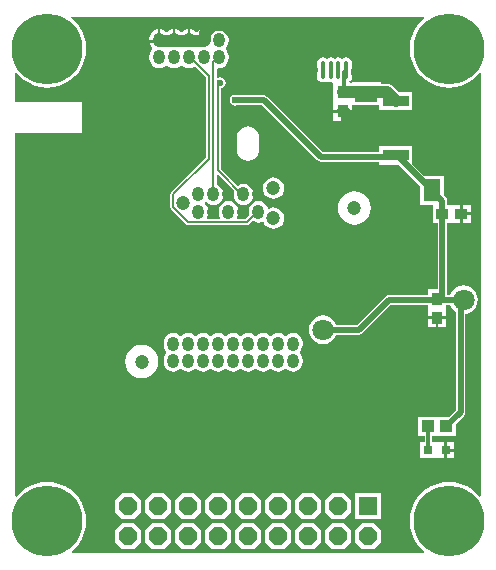
<source format=gtl>
%FSLAX25Y25*%
%MOIN*%
G70*
G01*
G75*
G04 Layer_Physical_Order=1*
G04 Layer_Color=255*
%ADD10R,0.03150X0.03150*%
%ADD11R,0.03937X0.03937*%
%ADD12R,0.03740X0.03937*%
%ADD13O,0.01575X0.05906*%
%ADD14R,0.07087X0.07480*%
%ADD15R,0.06299X0.07480*%
%ADD16R,0.07284X0.05315*%
%ADD17R,0.05315X0.07284*%
%ADD18R,0.03937X0.03740*%
%ADD19R,0.08661X0.12992*%
%ADD20R,0.08661X0.03740*%
%ADD21C,0.01969*%
%ADD22C,0.00787*%
%ADD23C,0.01181*%
%ADD24C,0.03937*%
%ADD25O,0.04724X0.07480*%
%ADD26O,0.04134X0.04921*%
%ADD27C,0.07087*%
%ADD28O,0.03937X0.04724*%
%ADD29P,0.06494X8X202.5*%
%ADD30R,0.06000X0.06000*%
%ADD31C,0.23622*%
%ADD32C,0.04724*%
%ADD33C,0.02362*%
G36*
X58792Y88876D02*
X57714Y87955D01*
X56386Y86400D01*
X55317Y84657D01*
X54535Y82767D01*
X54057Y80779D01*
X53897Y78740D01*
X54057Y76701D01*
X54535Y74713D01*
X55317Y72824D01*
X56386Y71080D01*
X57714Y69525D01*
X59269Y68197D01*
X61013Y67128D01*
X62902Y66346D01*
X64890Y65868D01*
X66929Y65708D01*
X68968Y65868D01*
X70956Y66346D01*
X72846Y67128D01*
X74589Y68197D01*
X76144Y69525D01*
X77065Y70603D01*
X77534Y70430D01*
Y-70430D01*
X77065Y-70603D01*
X76144Y-69525D01*
X74589Y-68197D01*
X72846Y-67128D01*
X70956Y-66346D01*
X68968Y-65868D01*
X66929Y-65708D01*
X64890Y-65868D01*
X62902Y-66346D01*
X61013Y-67128D01*
X59269Y-68197D01*
X57714Y-69525D01*
X56386Y-71080D01*
X55317Y-72824D01*
X54535Y-74713D01*
X54057Y-76701D01*
X53897Y-78740D01*
X54057Y-80779D01*
X54535Y-82767D01*
X55317Y-84657D01*
X56386Y-86400D01*
X57714Y-87955D01*
X58792Y-88876D01*
X58619Y-89345D01*
X-58619D01*
X-58792Y-88876D01*
X-57714Y-87955D01*
X-56386Y-86400D01*
X-55317Y-84657D01*
X-54535Y-82767D01*
X-54057Y-80779D01*
X-53897Y-78740D01*
X-54057Y-76701D01*
X-54535Y-74713D01*
X-55317Y-72824D01*
X-56386Y-71080D01*
X-57714Y-69525D01*
X-59269Y-68197D01*
X-61013Y-67128D01*
X-62902Y-66346D01*
X-64890Y-65868D01*
X-66929Y-65708D01*
X-68968Y-65868D01*
X-70956Y-66346D01*
X-72846Y-67128D01*
X-74589Y-68197D01*
X-76144Y-69525D01*
X-77065Y-70603D01*
X-77534Y-70430D01*
Y50469D01*
X-55398D01*
Y60829D01*
X-77534D01*
Y70430D01*
X-77065Y70603D01*
X-76144Y69525D01*
X-74589Y68197D01*
X-72846Y67128D01*
X-70956Y66346D01*
X-68968Y65868D01*
X-66929Y65708D01*
X-64890Y65868D01*
X-62902Y66346D01*
X-61013Y67128D01*
X-59269Y68197D01*
X-57714Y69525D01*
X-56386Y71080D01*
X-55317Y72824D01*
X-54535Y74713D01*
X-54057Y76701D01*
X-53897Y78740D01*
X-54057Y80779D01*
X-54535Y82767D01*
X-55317Y84657D01*
X-56386Y86400D01*
X-57714Y87955D01*
X-59269Y89284D01*
X-59252Y89345D01*
X58619D01*
X58792Y88876D01*
D02*
G37*
%LPC*%
G36*
X-7909Y-69559D02*
X-12091D01*
X-14181Y-71650D01*
Y-75831D01*
X-12091Y-77921D01*
X-7909D01*
X-5819Y-75831D01*
Y-71650D01*
X-7909Y-69559D01*
D02*
G37*
G36*
X-17910D02*
X-22091D01*
X-24181Y-71650D01*
Y-75831D01*
X-22091Y-77921D01*
X-17910D01*
X-15819Y-75831D01*
Y-71650D01*
X-17910Y-69559D01*
D02*
G37*
G36*
X-37909D02*
X-42091D01*
X-44181Y-71650D01*
Y-75831D01*
X-42091Y-77921D01*
X-37909D01*
X-35819Y-75831D01*
Y-71650D01*
X-37909Y-69559D01*
D02*
G37*
G36*
X-27909D02*
X-32091D01*
X-34181Y-71650D01*
Y-75831D01*
X-32091Y-77921D01*
X-27909D01*
X-25819Y-75831D01*
Y-71650D01*
X-27909Y-69559D01*
D02*
G37*
G36*
X22091D02*
X17910D01*
X15819Y-71650D01*
Y-75831D01*
X17910Y-77921D01*
X22091D01*
X24181Y-75831D01*
Y-71650D01*
X22091Y-69559D01*
D02*
G37*
G36*
X32091D02*
X27909D01*
X25819Y-71650D01*
Y-75831D01*
X27909Y-77921D01*
X32091D01*
X34181Y-75831D01*
Y-71650D01*
X32091Y-69559D01*
D02*
G37*
G36*
X2090D02*
X-2090D01*
X-4181Y-71650D01*
Y-75831D01*
X-2090Y-77921D01*
X2090D01*
X4181Y-75831D01*
Y-71650D01*
X2090Y-69559D01*
D02*
G37*
G36*
X12091D02*
X7909D01*
X5819Y-71650D01*
Y-75831D01*
X7909Y-77921D01*
X12091D01*
X14181Y-75831D01*
Y-71650D01*
X12091Y-69559D01*
D02*
G37*
G36*
X42091Y-79559D02*
X37909D01*
X35819Y-81650D01*
Y-85831D01*
X37909Y-87921D01*
X42091D01*
X44181Y-85831D01*
Y-81650D01*
X42091Y-79559D01*
D02*
G37*
G36*
X-17910D02*
X-22091D01*
X-24181Y-81650D01*
Y-85831D01*
X-22091Y-87921D01*
X-17910D01*
X-15819Y-85831D01*
Y-81650D01*
X-17910Y-79559D01*
D02*
G37*
G36*
X-7909D02*
X-12091D01*
X-14181Y-81650D01*
Y-85831D01*
X-12091Y-87921D01*
X-7909D01*
X-5819Y-85831D01*
Y-81650D01*
X-7909Y-79559D01*
D02*
G37*
G36*
X-37909D02*
X-42091D01*
X-44181Y-81650D01*
Y-85831D01*
X-42091Y-87921D01*
X-37909D01*
X-35819Y-85831D01*
Y-81650D01*
X-37909Y-79559D01*
D02*
G37*
G36*
X-27909D02*
X-32091D01*
X-34181Y-81650D01*
Y-85831D01*
X-32091Y-87921D01*
X-27909D01*
X-25819Y-85831D01*
Y-81650D01*
X-27909Y-79559D01*
D02*
G37*
G36*
X22091D02*
X17910D01*
X15819Y-81650D01*
Y-85831D01*
X17910Y-87921D01*
X22091D01*
X24181Y-85831D01*
Y-81650D01*
X22091Y-79559D01*
D02*
G37*
G36*
X32091D02*
X27909D01*
X25819Y-81650D01*
Y-85831D01*
X27909Y-87921D01*
X32091D01*
X34181Y-85831D01*
Y-81650D01*
X32091Y-79559D01*
D02*
G37*
G36*
X2090D02*
X-2090D01*
X-4181Y-81650D01*
Y-85831D01*
X-2090Y-87921D01*
X2090D01*
X4181Y-85831D01*
Y-81650D01*
X2090Y-79559D01*
D02*
G37*
G36*
X12091D02*
X7909D01*
X5819Y-81650D01*
Y-85831D01*
X7909Y-87921D01*
X12091D01*
X14181Y-85831D01*
Y-81650D01*
X12091Y-79559D01*
D02*
G37*
G36*
X44181Y-69559D02*
X35819D01*
Y-77921D01*
X44181D01*
Y-69559D01*
D02*
G37*
G36*
X0Y52788D02*
X-976Y52660D01*
X-1886Y52283D01*
X-2668Y51683D01*
X-3267Y50902D01*
X-3644Y49992D01*
X-3772Y49016D01*
Y45079D01*
X-3644Y44102D01*
X-3267Y43192D01*
X-2668Y42411D01*
X-1886Y41812D01*
X-976Y41435D01*
X0Y41306D01*
X976Y41435D01*
X1886Y41812D01*
X2668Y42411D01*
X3267Y43192D01*
X3644Y44102D01*
X3772Y45079D01*
Y49016D01*
X3644Y49992D01*
X3267Y50902D01*
X2668Y51683D01*
X1886Y52283D01*
X976Y52660D01*
X0Y52788D01*
D02*
G37*
G36*
X31004Y57382D02*
X28445D01*
Y54724D01*
X31004D01*
Y57382D01*
D02*
G37*
G36*
X74213Y26673D02*
X71555D01*
Y24114D01*
X74213D01*
Y26673D01*
D02*
G37*
G36*
X8484Y35779D02*
X7559Y35657D01*
X6697Y35300D01*
X5957Y34732D01*
X5389Y33992D01*
X5032Y33130D01*
X4910Y32205D01*
X5032Y31280D01*
X5389Y30418D01*
X5957Y29678D01*
X6697Y29110D01*
X7559Y28753D01*
X8484Y28631D01*
X9409Y28753D01*
X10271Y29110D01*
X11011Y29678D01*
X11579Y30418D01*
X11936Y31280D01*
X12058Y32205D01*
X11936Y33130D01*
X11579Y33992D01*
X11011Y34732D01*
X10271Y35300D01*
X9409Y35657D01*
X8484Y35779D01*
D02*
G37*
G36*
X-30177Y85140D02*
X-30507Y85096D01*
X-31273Y84779D01*
X-31931Y84274D01*
X-32436Y83616D01*
X-32754Y82850D01*
X-32862Y82028D01*
Y81732D01*
X-30177D01*
Y85140D01*
D02*
G37*
G36*
X-9685Y85204D02*
X-10507Y85096D01*
X-11273Y84779D01*
X-11931Y84274D01*
X-11935Y84269D01*
X-12435D01*
X-12439Y84274D01*
X-13097Y84779D01*
X-13863Y85096D01*
X-14193Y85140D01*
Y81239D01*
X-15177D01*
Y85140D01*
X-15507Y85096D01*
X-16273Y84779D01*
X-16931Y84274D01*
X-16935Y84269D01*
X-17435D01*
X-17439Y84274D01*
X-18097Y84779D01*
X-18863Y85096D01*
X-19193Y85140D01*
Y81239D01*
X-20177D01*
Y85140D01*
X-20507Y85096D01*
X-21273Y84779D01*
X-21931Y84274D01*
X-21935Y84269D01*
X-22435D01*
X-22439Y84274D01*
X-23097Y84779D01*
X-23863Y85096D01*
X-24193Y85140D01*
Y81239D01*
X-25177D01*
Y85140D01*
X-25507Y85096D01*
X-26273Y84779D01*
X-26931Y84274D01*
X-26935Y84269D01*
X-27435D01*
X-27439Y84274D01*
X-28097Y84779D01*
X-28863Y85096D01*
X-29193Y85140D01*
Y81239D01*
X-29684D01*
Y80748D01*
X-32797D01*
X-32754Y80418D01*
X-32436Y79652D01*
X-31931Y78994D01*
X-31927Y78990D01*
Y78490D01*
X-31931Y78487D01*
X-32436Y77829D01*
X-32754Y77062D01*
X-32862Y76240D01*
Y75453D01*
X-32754Y74631D01*
X-32436Y73864D01*
X-31931Y73206D01*
X-31273Y72702D01*
X-30507Y72384D01*
X-29685Y72276D01*
X-28863Y72384D01*
X-28097Y72702D01*
X-27439Y73206D01*
X-27435Y73211D01*
X-26935D01*
X-26931Y73206D01*
X-26273Y72702D01*
X-25507Y72384D01*
X-24685Y72276D01*
X-23863Y72384D01*
X-23097Y72702D01*
X-22439Y73206D01*
X-22435Y73211D01*
X-21935D01*
X-21931Y73206D01*
X-21273Y72702D01*
X-20507Y72384D01*
X-19685Y72276D01*
X-18863Y72384D01*
X-18097Y72702D01*
X-17796Y72932D01*
X-13996Y69132D01*
Y42443D01*
X-25572Y30867D01*
X-25789Y30542D01*
X-25866Y30158D01*
Y25819D01*
X-25866Y25819D01*
X-25866D01*
X-25789Y25434D01*
X-25572Y25109D01*
X-20718Y20255D01*
X-20392Y20037D01*
X-20008Y19961D01*
X-293D01*
X91Y20037D01*
X417Y20255D01*
X1575Y21413D01*
X1896Y21166D01*
X2662Y20849D01*
X3484Y20741D01*
X4307Y20849D01*
X4752Y21033D01*
X5214Y20842D01*
X5389Y20418D01*
X5957Y19678D01*
X6697Y19110D01*
X7559Y18753D01*
X8484Y18631D01*
X9409Y18753D01*
X10271Y19110D01*
X11011Y19678D01*
X11579Y20418D01*
X11936Y21280D01*
X12058Y22205D01*
X11936Y23130D01*
X11579Y23992D01*
X11011Y24732D01*
X10271Y25300D01*
X9409Y25657D01*
X8484Y25779D01*
X7559Y25657D01*
X6981Y25417D01*
X6519Y25609D01*
X6235Y26293D01*
X5731Y26951D01*
X5073Y27456D01*
X4307Y27773D01*
X3484Y27882D01*
X2662Y27773D01*
X1896Y27456D01*
X1238Y26951D01*
X733Y26293D01*
X416Y25527D01*
X307Y24705D01*
Y23917D01*
X416Y23095D01*
X417Y23093D01*
X-708Y21968D01*
X-3464D01*
X-3742Y22384D01*
X-3447Y23095D01*
X-3339Y23917D01*
Y24705D01*
X-3447Y25527D01*
X-3765Y26293D01*
X-4269Y26951D01*
X-4927Y27456D01*
X-5694Y27773D01*
X-6516Y27882D01*
X-7338Y27773D01*
X-8104Y27456D01*
X-8762Y26951D01*
X-9267Y26293D01*
X-9584Y25527D01*
X-9692Y24705D01*
Y23917D01*
X-9584Y23095D01*
X-9290Y22384D01*
X-9567Y21968D01*
X-13464D01*
X-13742Y22384D01*
X-13447Y23095D01*
X-13339Y23917D01*
Y24705D01*
X-13447Y25527D01*
X-13765Y26293D01*
X-14269Y26951D01*
X-14274Y26955D01*
Y27455D01*
X-14269Y27458D01*
X-14266Y27463D01*
X-13766D01*
X-13762Y27458D01*
X-13104Y26954D01*
X-12338Y26636D01*
X-11516Y26528D01*
X-10694Y26636D01*
X-9927Y26954D01*
X-9269Y27458D01*
X-8765Y28116D01*
X-8447Y28883D01*
X-8339Y29705D01*
Y30492D01*
X-8447Y31314D01*
X-8765Y32081D01*
X-9269Y32738D01*
X-9927Y33243D01*
X-10512Y33486D01*
Y36629D01*
X-10050Y36820D01*
X-4573Y31342D01*
X-4584Y31314D01*
X-4693Y30492D01*
Y29705D01*
X-4584Y28883D01*
X-4267Y28116D01*
X-3762Y27458D01*
X-3104Y26954D01*
X-2338Y26636D01*
X-1516Y26528D01*
X-693Y26636D01*
X73Y26954D01*
X731Y27458D01*
X1235Y28116D01*
X1553Y28883D01*
X1661Y29705D01*
Y30492D01*
X1553Y31314D01*
X1235Y32081D01*
X731Y32738D01*
X73Y33243D01*
X-693Y33561D01*
X-1516Y33669D01*
X-2338Y33561D01*
X-3104Y33243D01*
X-3405Y33013D01*
X-9134Y38742D01*
Y65543D01*
X-8561Y65657D01*
X-7975Y66049D01*
X-7584Y66635D01*
X-7446Y67326D01*
X-7584Y68017D01*
X-7975Y68603D01*
X-8561Y68995D01*
X-9252Y69133D01*
X-9944Y68995D01*
X-10071Y68910D01*
X-10512Y69145D01*
Y72006D01*
X-10136Y72335D01*
X-9685Y72276D01*
X-8863Y72384D01*
X-8097Y72702D01*
X-7439Y73206D01*
X-6934Y73864D01*
X-6617Y74631D01*
X-6508Y75453D01*
Y76240D01*
X-6617Y77062D01*
X-6934Y77829D01*
X-7439Y78487D01*
X-7444Y78490D01*
Y78990D01*
X-7439Y78994D01*
X-6934Y79652D01*
X-6617Y80418D01*
X-6508Y81240D01*
Y82028D01*
X-6617Y82850D01*
X-6934Y83616D01*
X-7439Y84274D01*
X-8097Y84779D01*
X-8863Y85096D01*
X-9685Y85204D01*
D02*
G37*
G36*
X34547Y57382D02*
X31988D01*
Y54724D01*
X34547D01*
Y57382D01*
D02*
G37*
G36*
X32677Y75826D02*
X31909Y75673D01*
X31398Y75331D01*
X30886Y75673D01*
X30118Y75826D01*
X29350Y75673D01*
X28839Y75331D01*
X28327Y75673D01*
X27559Y75826D01*
X26791Y75673D01*
X26280Y75331D01*
X25768Y75673D01*
X25000Y75826D01*
X24232Y75673D01*
X23581Y75238D01*
X23146Y74587D01*
X22993Y73819D01*
Y69488D01*
X23146Y68720D01*
X23581Y68069D01*
X24232Y67634D01*
X25000Y67481D01*
X25768Y67634D01*
X26280Y67976D01*
X26791Y67634D01*
X27559Y67481D01*
X28058Y67580D01*
X28445Y67263D01*
Y61377D01*
X28445Y61377D01*
X28445D01*
X28445Y61024D01*
X28445Y61024D01*
X28445D01*
D01*
Y58366D01*
X34547D01*
Y59842D01*
X34547Y59842D01*
X34901Y59842D01*
X34901Y59842D01*
Y59842D01*
X43701D01*
Y58169D01*
X54724D01*
Y64272D01*
X50093D01*
X48225Y66139D01*
X47650Y66580D01*
X46979Y66858D01*
X46260Y66953D01*
X44193D01*
Y67520D01*
X34547D01*
Y67323D01*
X34547D01*
X34547Y67323D01*
X34547Y67323D01*
X33841D01*
X33696Y67801D01*
X34096Y68069D01*
X34532Y68720D01*
X34684Y69488D01*
Y73819D01*
X34532Y74587D01*
X34096Y75238D01*
X33445Y75673D01*
X32677Y75826D01*
D02*
G37*
G36*
X74213Y23130D02*
X71555D01*
Y20571D01*
X74213D01*
Y23130D01*
D02*
G37*
G36*
X-35433Y-20027D02*
X-36873Y-20217D01*
X-38215Y-20773D01*
X-39367Y-21657D01*
X-40251Y-22809D01*
X-40807Y-24151D01*
X-40996Y-25591D01*
X-40807Y-27031D01*
X-40251Y-28372D01*
X-39367Y-29524D01*
X-38215Y-30409D01*
X-36873Y-30964D01*
X-35433Y-31154D01*
X-33993Y-30964D01*
X-32651Y-30409D01*
X-31499Y-29524D01*
X-30615Y-28372D01*
X-30059Y-27031D01*
X-29870Y-25591D01*
X-30059Y-24151D01*
X-30615Y-22809D01*
X-31499Y-21657D01*
X-32651Y-20773D01*
X-33993Y-20217D01*
X-35433Y-20027D01*
D02*
G37*
G36*
X15000Y-16036D02*
X14178Y-16144D01*
X13412Y-16461D01*
X12754Y-16966D01*
X12750Y-16971D01*
X12250D01*
X12246Y-16966D01*
X11588Y-16461D01*
X10822Y-16144D01*
X10000Y-16036D01*
X9178Y-16144D01*
X8412Y-16461D01*
X7754Y-16966D01*
X7750Y-16971D01*
X7250D01*
X7246Y-16966D01*
X6588Y-16461D01*
X5822Y-16144D01*
X5000Y-16036D01*
X4178Y-16144D01*
X3412Y-16461D01*
X2754Y-16966D01*
X2750Y-16971D01*
X2250D01*
X2246Y-16966D01*
X1588Y-16461D01*
X822Y-16144D01*
X0Y-16036D01*
X-822Y-16144D01*
X-1588Y-16461D01*
X-2246Y-16966D01*
X-2250Y-16971D01*
X-2750D01*
X-2754Y-16966D01*
X-3412Y-16461D01*
X-4178Y-16144D01*
X-5000Y-16036D01*
X-5822Y-16144D01*
X-6588Y-16461D01*
X-7246Y-16966D01*
X-7250Y-16971D01*
X-7750D01*
X-7754Y-16966D01*
X-8412Y-16461D01*
X-9178Y-16144D01*
X-10000Y-16036D01*
X-10822Y-16144D01*
X-11588Y-16461D01*
X-12246Y-16966D01*
X-12250Y-16971D01*
X-12750D01*
X-12754Y-16966D01*
X-13412Y-16461D01*
X-14178Y-16144D01*
X-15000Y-16036D01*
X-15822Y-16144D01*
X-16588Y-16461D01*
X-17246Y-16966D01*
X-17250Y-16971D01*
X-17750D01*
X-17754Y-16966D01*
X-18412Y-16461D01*
X-19178Y-16144D01*
X-20000Y-16036D01*
X-20822Y-16144D01*
X-21588Y-16461D01*
X-22246Y-16966D01*
X-22250Y-16971D01*
X-22750D01*
X-22754Y-16966D01*
X-23412Y-16461D01*
X-24178Y-16144D01*
X-25000Y-16036D01*
X-25822Y-16144D01*
X-26588Y-16461D01*
X-27246Y-16966D01*
X-27751Y-17624D01*
X-28069Y-18390D01*
X-28177Y-19213D01*
Y-20000D01*
X-28069Y-20822D01*
X-27751Y-21588D01*
X-27246Y-22246D01*
X-27242Y-22250D01*
Y-22750D01*
X-27246Y-22754D01*
X-27751Y-23412D01*
X-28069Y-24178D01*
X-28177Y-25000D01*
Y-25787D01*
X-28069Y-26610D01*
X-27751Y-27376D01*
X-27246Y-28034D01*
X-26588Y-28539D01*
X-25822Y-28856D01*
X-25000Y-28964D01*
X-24178Y-28856D01*
X-23412Y-28539D01*
X-22754Y-28034D01*
X-22750Y-28029D01*
X-22250D01*
X-22246Y-28034D01*
X-21588Y-28539D01*
X-20822Y-28856D01*
X-20000Y-28964D01*
X-19178Y-28856D01*
X-18412Y-28539D01*
X-17754Y-28034D01*
X-17750Y-28029D01*
X-17250D01*
X-17246Y-28034D01*
X-16588Y-28539D01*
X-15822Y-28856D01*
X-15000Y-28964D01*
X-14178Y-28856D01*
X-13412Y-28539D01*
X-12754Y-28034D01*
X-12750Y-28029D01*
X-12250D01*
X-12246Y-28034D01*
X-11588Y-28539D01*
X-10822Y-28856D01*
X-10000Y-28964D01*
X-9178Y-28856D01*
X-8412Y-28539D01*
X-7754Y-28034D01*
X-7750Y-28029D01*
X-7250D01*
X-7246Y-28034D01*
X-6588Y-28539D01*
X-5822Y-28856D01*
X-5000Y-28964D01*
X-4178Y-28856D01*
X-3412Y-28539D01*
X-2754Y-28034D01*
X-2750Y-28029D01*
X-2250D01*
X-2246Y-28034D01*
X-1588Y-28539D01*
X-822Y-28856D01*
X0Y-28964D01*
X822Y-28856D01*
X1588Y-28539D01*
X2246Y-28034D01*
X2250Y-28029D01*
X2750D01*
X2754Y-28034D01*
X3412Y-28539D01*
X4178Y-28856D01*
X5000Y-28964D01*
X5822Y-28856D01*
X6588Y-28539D01*
X7246Y-28034D01*
X7250Y-28029D01*
X7750D01*
X7754Y-28034D01*
X8412Y-28539D01*
X9178Y-28856D01*
X10000Y-28964D01*
X10822Y-28856D01*
X11588Y-28539D01*
X12246Y-28034D01*
X12250Y-28029D01*
X12750D01*
X12754Y-28034D01*
X13412Y-28539D01*
X14178Y-28856D01*
X15000Y-28964D01*
X15822Y-28856D01*
X16588Y-28539D01*
X17246Y-28034D01*
X17751Y-27376D01*
X18068Y-26610D01*
X18177Y-25787D01*
Y-25000D01*
X18068Y-24178D01*
X17751Y-23412D01*
X17246Y-22754D01*
X17242Y-22750D01*
Y-22250D01*
X17246Y-22246D01*
X17751Y-21588D01*
X18068Y-20822D01*
X18177Y-20000D01*
Y-19213D01*
X18068Y-18390D01*
X17751Y-17624D01*
X17246Y-16966D01*
X16588Y-16461D01*
X15822Y-16144D01*
X15000Y-16036D01*
D02*
G37*
G36*
X68701Y-55610D02*
X66437D01*
Y-57874D01*
X68701D01*
Y-55610D01*
D02*
G37*
G36*
Y-52362D02*
X66437D01*
Y-54626D01*
X68701D01*
Y-52362D01*
D02*
G37*
G36*
X35433Y31154D02*
X33993Y30964D01*
X32651Y30409D01*
X31499Y29524D01*
X30615Y28372D01*
X30059Y27031D01*
X29870Y25591D01*
X30059Y24151D01*
X30615Y22809D01*
X31499Y21657D01*
X32651Y20773D01*
X33993Y20217D01*
X35433Y20027D01*
X36873Y20217D01*
X38215Y20773D01*
X39367Y21657D01*
X40251Y22809D01*
X40807Y24151D01*
X40996Y25591D01*
X40807Y27031D01*
X40251Y28372D01*
X39367Y29524D01*
X38215Y30409D01*
X36873Y30964D01*
X35433Y31154D01*
D02*
G37*
G36*
X-4331Y63322D02*
X-5022Y63185D01*
X-5608Y62793D01*
X-6000Y62207D01*
X-6137Y61516D01*
X-6000Y60825D01*
X-5608Y60238D01*
X-5022Y59847D01*
X-4331Y59709D01*
X-3639Y59847D01*
X-3545Y59910D01*
X4650D01*
X23077Y41483D01*
X23077Y41483D01*
X23077D01*
X23077Y41483D01*
X23077D01*
X23077Y41483D01*
Y41483D01*
Y41483D01*
D01*
D01*
X23077D01*
Y41483D01*
X23598Y41135D01*
X23700Y41114D01*
X24213Y41012D01*
X24213Y41012D01*
X43701D01*
Y40059D01*
X50485D01*
X57480Y33064D01*
Y26673D01*
X61614D01*
Y20571D01*
X63158D01*
Y-1575D01*
X59941D01*
Y-3394D01*
X46969D01*
X46968Y-3394D01*
X46354Y-3517D01*
X46181Y-3632D01*
X45833Y-3865D01*
X45833Y-3865D01*
X36303Y-13394D01*
X29449D01*
X29127Y-12617D01*
X28370Y-11631D01*
X27383Y-10873D01*
X26233Y-10397D01*
X25000Y-10235D01*
X23767Y-10397D01*
X22617Y-10873D01*
X21631Y-11631D01*
X20873Y-12617D01*
X20397Y-13767D01*
X20235Y-15000D01*
X20397Y-16233D01*
X20873Y-17383D01*
X21631Y-18370D01*
X22617Y-19127D01*
X23767Y-19603D01*
X25000Y-19765D01*
X26233Y-19603D01*
X27383Y-19127D01*
X28370Y-18370D01*
X29127Y-17383D01*
X29449Y-16606D01*
X36968D01*
X36968Y-16606D01*
X37481Y-16504D01*
X37583Y-16483D01*
X38104Y-16135D01*
X38104Y-16135D01*
X38104Y-16135D01*
X47634Y-6606D01*
X59941D01*
Y-7520D01*
X59941Y-7520D01*
X59941D01*
X59941Y-7874D01*
X59941Y-7874D01*
X59941D01*
D01*
Y-10531D01*
X66043D01*
Y-8228D01*
X66043Y-8228D01*
X66043D01*
X66043Y-7874D01*
Y-7874D01*
D01*
X66043D01*
X66043Y-7874D01*
X66043Y-7520D01*
X66043Y-7520D01*
X66043D01*
Y-6606D01*
X67402D01*
X67724Y-7383D01*
X68481Y-8370D01*
X69261Y-8968D01*
Y-41855D01*
X67021Y-44094D01*
X63346D01*
X63346Y-44094D01*
Y-44094D01*
X62992Y-44094D01*
X62992D01*
D01*
X62639Y-44094D01*
X62639Y-44094D01*
Y-44094D01*
X56693D01*
Y-50394D01*
X58835D01*
Y-52362D01*
X57284D01*
Y-57874D01*
X62795D01*
Y-57874D01*
X62795D01*
X62795Y-57874D01*
X63189D01*
Y-57874D01*
X65453D01*
Y-55119D01*
Y-52362D01*
X63189D01*
D01*
D01*
X63189Y-52362D01*
X62795D01*
Y-52362D01*
X61244D01*
Y-50394D01*
X62992D01*
Y-50394D01*
X62992D01*
X62992Y-50394D01*
X63346Y-50394D01*
X63346Y-50394D01*
Y-50394D01*
X69291D01*
Y-46365D01*
X72001Y-43655D01*
X72001Y-43655D01*
X72350Y-43134D01*
X72472Y-42520D01*
Y-9683D01*
X73084Y-9603D01*
X74233Y-9127D01*
X75220Y-8370D01*
X75977Y-7383D01*
X76453Y-6233D01*
X76616Y-5000D01*
X76453Y-3767D01*
X75977Y-2617D01*
X75220Y-1630D01*
X74233Y-873D01*
X73084Y-397D01*
X71850Y-235D01*
X70617Y-397D01*
X69468Y-873D01*
X68481Y-1630D01*
X67724Y-2617D01*
X67402Y-3394D01*
X66369D01*
Y20571D01*
X67913D01*
Y20571D01*
X67913D01*
X67913Y20571D01*
X68267Y20571D01*
X68267Y20571D01*
Y20571D01*
X70571D01*
Y23621D01*
Y26673D01*
X68267D01*
X68267Y26673D01*
Y26673D01*
X67913Y26673D01*
X67913D01*
D01*
X67560Y26673D01*
X67560Y26673D01*
Y26673D01*
X66369D01*
Y28051D01*
X66369Y28051D01*
X66268Y28564D01*
X66247Y28666D01*
X65899Y29186D01*
X65158Y29928D01*
Y36319D01*
X58767D01*
X54724Y40361D01*
Y46161D01*
X43701D01*
Y44224D01*
X24878D01*
X6450Y62651D01*
X5929Y62999D01*
X5827Y63020D01*
X5315Y63121D01*
X5315Y63121D01*
X-3545D01*
X-3639Y63185D01*
X-4331Y63322D01*
D02*
G37*
G36*
X62500Y-11516D02*
X59941D01*
Y-14173D01*
X62500D01*
Y-11516D01*
D02*
G37*
G36*
X66043D02*
X63484D01*
Y-14173D01*
X66043D01*
Y-11516D01*
D02*
G37*
%LPD*%
D10*
X60039Y-55118D02*
D03*
X65945D02*
D03*
D11*
X59842Y-47244D02*
D03*
X66142D02*
D03*
D12*
X62992Y-4724D02*
D03*
Y-11024D02*
D03*
X31496Y64173D02*
D03*
Y57874D02*
D03*
D13*
X27559Y71653D02*
D03*
X25000D02*
D03*
X22441D02*
D03*
X30118D02*
D03*
X32677D02*
D03*
D14*
X23031Y82677D02*
D03*
X32087D02*
D03*
D15*
X14173D02*
D03*
X40945D02*
D03*
D16*
X39370Y63681D02*
D03*
Y52461D02*
D03*
D17*
X61319Y31496D02*
D03*
X72539D02*
D03*
D18*
X64764Y23622D02*
D03*
X71063D02*
D03*
D19*
X72835Y52165D02*
D03*
D20*
X49213Y43110D02*
D03*
Y52165D02*
D03*
Y61221D02*
D03*
D21*
X33898Y-15000D02*
X36968D01*
X64764Y-5000D02*
X71850D01*
X64764D02*
Y23622D01*
X70866Y-5984D02*
X71850Y-5000D01*
X70866Y-42520D02*
Y-5984D01*
X66142Y-47244D02*
X70866Y-42520D01*
X48720Y42618D02*
X49213Y43110D01*
X24213Y42618D02*
X48720D01*
X5315Y61516D02*
X24213Y42618D01*
X-4331Y61516D02*
X5315D01*
X49213Y43110D02*
X49705D01*
X61319Y31496D01*
X64764Y28051D01*
Y23622D02*
Y28051D01*
X46968Y-5000D02*
X71850D01*
X36968Y-15000D02*
X46968Y-5000D01*
X25000Y-15000D02*
X33898D01*
D22*
X-19685Y76240D02*
X-12992Y69547D01*
Y42028D02*
Y69547D01*
X-24862Y30158D02*
X-12992Y42028D01*
X-11516Y29705D02*
Y74410D01*
X-24862Y25819D02*
Y30158D01*
Y25819D02*
X-20008Y20965D01*
X-293D01*
X3447Y24705D01*
X3484D01*
X-10138Y66441D02*
X-9252Y67326D01*
X-10138Y38327D02*
Y66441D01*
Y38327D02*
X-1516Y29705D01*
X-11516Y74410D02*
X-9685Y76240D01*
D23*
X59842Y-47244D02*
X60039Y-47441D01*
Y-55118D02*
Y-47441D01*
X31496Y64173D02*
X32087Y64764D01*
Y71063D01*
X32677Y71653D01*
D24*
X41339Y75787D02*
Y82677D01*
X37205Y52165D02*
X49213D01*
X72835D01*
X31496Y57874D02*
X37205Y52165D01*
X31496Y64173D02*
X46260D01*
X49213Y61221D01*
X19488Y71653D02*
X21457D01*
X18701Y70866D02*
X19488Y71653D01*
X11122Y82677D02*
X13780D01*
X-3653D02*
X11122D01*
X32087D02*
X41339D01*
X23031D02*
X32087D01*
X13780D02*
X23031D01*
X36417Y70866D02*
X41339Y75787D01*
X-7728Y86752D02*
X-3653Y82677D01*
X-11642Y86752D02*
X-7728D01*
X-14410Y83985D02*
X-11642Y86752D01*
X-14410Y81516D02*
Y83985D01*
X-14685Y81240D02*
X-14410Y81516D01*
X-19685Y81240D02*
X-14685D01*
X-24685D02*
X-19685D01*
X-29685D02*
X-24685D01*
D25*
X11122Y82677D02*
D03*
X43996D02*
D03*
D26*
X18701Y70866D02*
D03*
X36417D02*
D03*
D27*
X71850Y-5000D02*
D03*
Y5000D02*
D03*
X25000Y-15000D02*
D03*
Y-25000D02*
D03*
D28*
X-9685Y81634D02*
D03*
Y75846D02*
D03*
X-14685Y81634D02*
D03*
Y75846D02*
D03*
X-19685Y81634D02*
D03*
Y75846D02*
D03*
X-24685Y81634D02*
D03*
Y75846D02*
D03*
X-29685Y81634D02*
D03*
Y75846D02*
D03*
X-25000Y-25394D02*
D03*
Y-19606D02*
D03*
X-20000Y-25394D02*
D03*
Y-19606D02*
D03*
X-15000Y-25394D02*
D03*
Y-19606D02*
D03*
X-10000Y-25394D02*
D03*
Y-19606D02*
D03*
X15000Y-25394D02*
D03*
Y-19606D02*
D03*
X10000D02*
D03*
Y-25394D02*
D03*
X5000Y-19606D02*
D03*
Y-25394D02*
D03*
X0Y-19606D02*
D03*
Y-25394D02*
D03*
X-5000Y-19606D02*
D03*
Y-25394D02*
D03*
X3484Y30098D02*
D03*
Y24311D02*
D03*
X-1516Y30098D02*
D03*
Y24311D02*
D03*
X-6516Y30098D02*
D03*
Y24311D02*
D03*
X-11516Y30098D02*
D03*
Y24311D02*
D03*
X-16516Y30098D02*
D03*
Y24311D02*
D03*
D29*
X-40000Y-73740D02*
D03*
Y-83740D02*
D03*
X20000D02*
D03*
Y-73740D02*
D03*
X30000Y-83740D02*
D03*
Y-73740D02*
D03*
X40000Y-83740D02*
D03*
X10000Y-73740D02*
D03*
Y-83740D02*
D03*
X0Y-73740D02*
D03*
Y-83740D02*
D03*
X-30000D02*
D03*
Y-73740D02*
D03*
X-20000Y-83740D02*
D03*
Y-73740D02*
D03*
X-10000D02*
D03*
Y-83740D02*
D03*
D30*
X40000Y-73740D02*
D03*
D31*
X-66929Y-78740D02*
D03*
X66929D02*
D03*
Y78740D02*
D03*
X-66929D02*
D03*
D32*
X-35433Y-25591D02*
D03*
X35433Y25591D02*
D03*
X-21516Y27205D02*
D03*
X8484Y22205D02*
D03*
Y32205D02*
D03*
D33*
X-4331Y61516D02*
D03*
X-9252Y67326D02*
D03*
M02*

</source>
